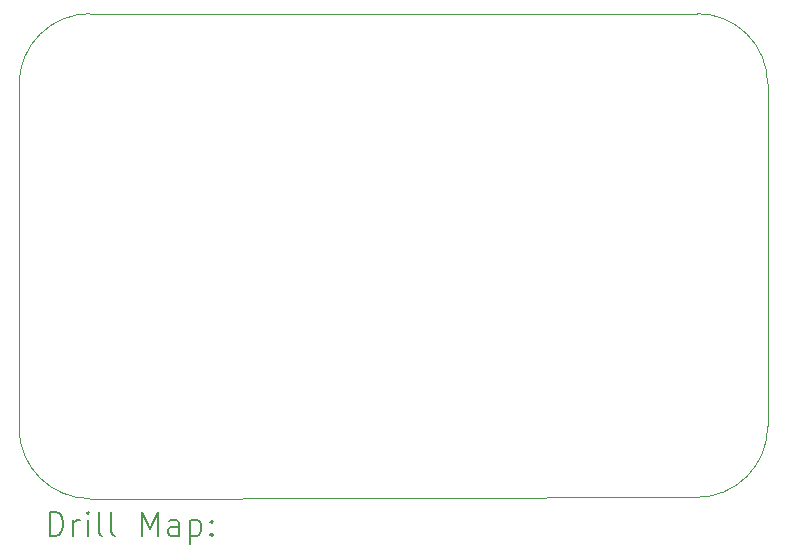
<source format=gbr>
%TF.GenerationSoftware,KiCad,Pcbnew,9.0.0*%
%TF.CreationDate,2025-04-03T16:38:20+02:00*%
%TF.ProjectId,PCB_projetV2,5043425f-7072-46f6-9a65-7456322e6b69,03/04/2025*%
%TF.SameCoordinates,Original*%
%TF.FileFunction,Drillmap*%
%TF.FilePolarity,Positive*%
%FSLAX45Y45*%
G04 Gerber Fmt 4.5, Leading zero omitted, Abs format (unit mm)*
G04 Created by KiCad (PCBNEW 9.0.0) date 2025-04-03 16:38:20*
%MOMM*%
%LPD*%
G01*
G04 APERTURE LIST*
%ADD10C,0.050000*%
%ADD11C,0.200000*%
G04 APERTURE END LIST*
D10*
X17737500Y-7400000D02*
X12594264Y-7400000D01*
X18332500Y-10895000D02*
X18332500Y-7995000D01*
X12594264Y-11505736D02*
G75*
G02*
X11994264Y-10905736I-4J599996D01*
G01*
X12594264Y-11505736D02*
X17732500Y-11495000D01*
X17737500Y-7400000D02*
G75*
G02*
X18332500Y-7995000I0J-595000D01*
G01*
X11994264Y-8000000D02*
G75*
G02*
X12594264Y-7400004I599996J0D01*
G01*
X18332500Y-10895000D02*
G75*
G02*
X17732500Y-11495000I-600000J0D01*
G01*
X11994264Y-8000000D02*
X11994264Y-10905736D01*
D11*
X12252541Y-11819720D02*
X12252541Y-11619720D01*
X12252541Y-11619720D02*
X12300160Y-11619720D01*
X12300160Y-11619720D02*
X12328731Y-11629243D01*
X12328731Y-11629243D02*
X12347779Y-11648291D01*
X12347779Y-11648291D02*
X12357303Y-11667339D01*
X12357303Y-11667339D02*
X12366827Y-11705434D01*
X12366827Y-11705434D02*
X12366827Y-11734005D01*
X12366827Y-11734005D02*
X12357303Y-11772101D01*
X12357303Y-11772101D02*
X12347779Y-11791148D01*
X12347779Y-11791148D02*
X12328731Y-11810196D01*
X12328731Y-11810196D02*
X12300160Y-11819720D01*
X12300160Y-11819720D02*
X12252541Y-11819720D01*
X12452541Y-11819720D02*
X12452541Y-11686386D01*
X12452541Y-11724482D02*
X12462065Y-11705434D01*
X12462065Y-11705434D02*
X12471588Y-11695910D01*
X12471588Y-11695910D02*
X12490636Y-11686386D01*
X12490636Y-11686386D02*
X12509684Y-11686386D01*
X12576350Y-11819720D02*
X12576350Y-11686386D01*
X12576350Y-11619720D02*
X12566827Y-11629243D01*
X12566827Y-11629243D02*
X12576350Y-11638767D01*
X12576350Y-11638767D02*
X12585874Y-11629243D01*
X12585874Y-11629243D02*
X12576350Y-11619720D01*
X12576350Y-11619720D02*
X12576350Y-11638767D01*
X12700160Y-11819720D02*
X12681112Y-11810196D01*
X12681112Y-11810196D02*
X12671588Y-11791148D01*
X12671588Y-11791148D02*
X12671588Y-11619720D01*
X12804922Y-11819720D02*
X12785874Y-11810196D01*
X12785874Y-11810196D02*
X12776350Y-11791148D01*
X12776350Y-11791148D02*
X12776350Y-11619720D01*
X13033493Y-11819720D02*
X13033493Y-11619720D01*
X13033493Y-11619720D02*
X13100160Y-11762577D01*
X13100160Y-11762577D02*
X13166827Y-11619720D01*
X13166827Y-11619720D02*
X13166827Y-11819720D01*
X13347779Y-11819720D02*
X13347779Y-11714958D01*
X13347779Y-11714958D02*
X13338255Y-11695910D01*
X13338255Y-11695910D02*
X13319208Y-11686386D01*
X13319208Y-11686386D02*
X13281112Y-11686386D01*
X13281112Y-11686386D02*
X13262065Y-11695910D01*
X13347779Y-11810196D02*
X13328731Y-11819720D01*
X13328731Y-11819720D02*
X13281112Y-11819720D01*
X13281112Y-11819720D02*
X13262065Y-11810196D01*
X13262065Y-11810196D02*
X13252541Y-11791148D01*
X13252541Y-11791148D02*
X13252541Y-11772101D01*
X13252541Y-11772101D02*
X13262065Y-11753053D01*
X13262065Y-11753053D02*
X13281112Y-11743529D01*
X13281112Y-11743529D02*
X13328731Y-11743529D01*
X13328731Y-11743529D02*
X13347779Y-11734005D01*
X13443017Y-11686386D02*
X13443017Y-11886386D01*
X13443017Y-11695910D02*
X13462065Y-11686386D01*
X13462065Y-11686386D02*
X13500160Y-11686386D01*
X13500160Y-11686386D02*
X13519208Y-11695910D01*
X13519208Y-11695910D02*
X13528731Y-11705434D01*
X13528731Y-11705434D02*
X13538255Y-11724482D01*
X13538255Y-11724482D02*
X13538255Y-11781624D01*
X13538255Y-11781624D02*
X13528731Y-11800672D01*
X13528731Y-11800672D02*
X13519208Y-11810196D01*
X13519208Y-11810196D02*
X13500160Y-11819720D01*
X13500160Y-11819720D02*
X13462065Y-11819720D01*
X13462065Y-11819720D02*
X13443017Y-11810196D01*
X13623969Y-11800672D02*
X13633493Y-11810196D01*
X13633493Y-11810196D02*
X13623969Y-11819720D01*
X13623969Y-11819720D02*
X13614446Y-11810196D01*
X13614446Y-11810196D02*
X13623969Y-11800672D01*
X13623969Y-11800672D02*
X13623969Y-11819720D01*
X13623969Y-11695910D02*
X13633493Y-11705434D01*
X13633493Y-11705434D02*
X13623969Y-11714958D01*
X13623969Y-11714958D02*
X13614446Y-11705434D01*
X13614446Y-11705434D02*
X13623969Y-11695910D01*
X13623969Y-11695910D02*
X13623969Y-11714958D01*
M02*

</source>
